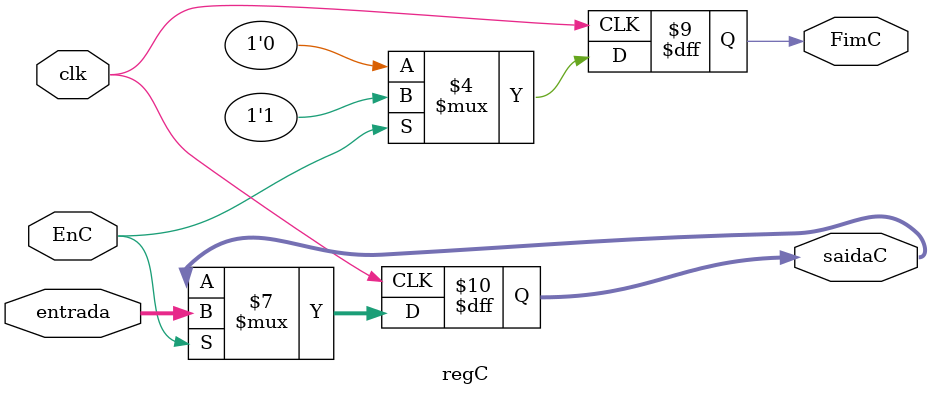
<source format=v>
module regC(entrada, EnC, clk, FimC, saidaC);

	input clk, EnC;
	input [15:0] entrada;	 
	output reg FimC;
	output reg [15:0] saidaC;

always @(posedge clk)
	begin
			if (EnC == 1'b1) begin
				saidaC <= entrada; 
				FimC <= 1'b1;
			end else
				FimC<=1'b0;
	end
endmodule

</source>
